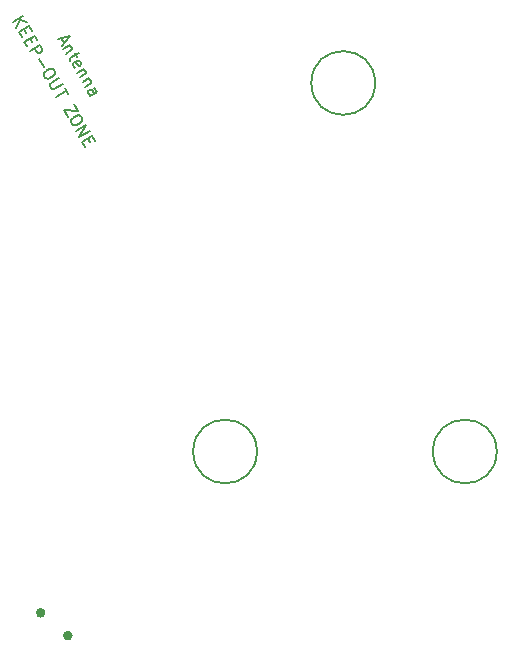
<source format=gbr>
G04 #@! TF.GenerationSoftware,KiCad,Pcbnew,8.0.4*
G04 #@! TF.CreationDate,2024-08-11T22:53:45+02:00*
G04 #@! TF.ProjectId,Haibadge_B,48616962-6164-4676-955f-422e6b696361,rev?*
G04 #@! TF.SameCoordinates,Original*
G04 #@! TF.FileFunction,Other,Comment*
%FSLAX46Y46*%
G04 Gerber Fmt 4.6, Leading zero omitted, Abs format (unit mm)*
G04 Created by KiCad (PCBNEW 8.0.4) date 2024-08-11 22:53:45*
%MOMM*%
%LPD*%
G01*
G04 APERTURE LIST*
%ADD10C,0.150000*%
%ADD11C,0.400000*%
G04 APERTURE END LIST*
D10*
X112045946Y-117438585D02*
X112911972Y-116938585D01*
X112331661Y-117933457D02*
X112612247Y-117276589D01*
X113197686Y-117433457D02*
X112417100Y-117224300D01*
X112999579Y-118042706D02*
X113166245Y-118331381D01*
X112784042Y-118717004D02*
X112545946Y-118304611D01*
X112545946Y-118304611D02*
X113411972Y-117804611D01*
X113411972Y-117804611D02*
X113650067Y-118217004D01*
X113451960Y-118826253D02*
X113618626Y-119114928D01*
X113236423Y-119500551D02*
X112998327Y-119088158D01*
X112998327Y-119088158D02*
X113864353Y-118588158D01*
X113864353Y-118588158D02*
X114102448Y-119000551D01*
X113450708Y-119871705D02*
X114316734Y-119371705D01*
X114316734Y-119371705D02*
X114507210Y-119701619D01*
X114507210Y-119701619D02*
X114513590Y-119807907D01*
X114513590Y-119807907D02*
X114496160Y-119872956D01*
X114496160Y-119872956D02*
X114437491Y-119961814D01*
X114437491Y-119961814D02*
X114313773Y-120033243D01*
X114313773Y-120033243D02*
X114207485Y-120039623D01*
X114207485Y-120039623D02*
X114142436Y-120022193D01*
X114142436Y-120022193D02*
X114053578Y-119963524D01*
X114053578Y-119963524D02*
X113863101Y-119633609D01*
X114280623Y-120547254D02*
X114661575Y-121207083D01*
X115531019Y-121474909D02*
X115626257Y-121639866D01*
X115626257Y-121639866D02*
X115632637Y-121746154D01*
X115632637Y-121746154D02*
X115597778Y-121876252D01*
X115597778Y-121876252D02*
X115456630Y-122012729D01*
X115456630Y-122012729D02*
X115167955Y-122179396D01*
X115167955Y-122179396D02*
X114979188Y-122233395D01*
X114979188Y-122233395D02*
X114849090Y-122198535D01*
X114849090Y-122198535D02*
X114760232Y-122139866D01*
X114760232Y-122139866D02*
X114664994Y-121974909D01*
X114664994Y-121974909D02*
X114658614Y-121868621D01*
X114658614Y-121868621D02*
X114693474Y-121738523D01*
X114693474Y-121738523D02*
X114834621Y-121602046D01*
X114834621Y-121602046D02*
X115123297Y-121435379D01*
X115123297Y-121435379D02*
X115312063Y-121381380D01*
X115312063Y-121381380D02*
X115442161Y-121416240D01*
X115442161Y-121416240D02*
X115531019Y-121474909D01*
X115959591Y-122217216D02*
X115258522Y-122621978D01*
X115258522Y-122621978D02*
X115199853Y-122710837D01*
X115199853Y-122710837D02*
X115182424Y-122775886D01*
X115182424Y-122775886D02*
X115188803Y-122882174D01*
X115188803Y-122882174D02*
X115284041Y-123047131D01*
X115284041Y-123047131D02*
X115372900Y-123105800D01*
X115372900Y-123105800D02*
X115437949Y-123123230D01*
X115437949Y-123123230D02*
X115544237Y-123116850D01*
X115544237Y-123116850D02*
X116245305Y-122712088D01*
X116411972Y-123000763D02*
X116697686Y-123495635D01*
X115688803Y-123748199D02*
X116554829Y-123248199D01*
X117197686Y-124361661D02*
X117531019Y-124939011D01*
X117531019Y-124939011D02*
X116331661Y-124861661D01*
X116331661Y-124861661D02*
X116664994Y-125439011D01*
X117816734Y-125433883D02*
X117911972Y-125598840D01*
X117911972Y-125598840D02*
X117918352Y-125705128D01*
X117918352Y-125705128D02*
X117883492Y-125835226D01*
X117883492Y-125835226D02*
X117742344Y-125971703D01*
X117742344Y-125971703D02*
X117453669Y-126138370D01*
X117453669Y-126138370D02*
X117264902Y-126192368D01*
X117264902Y-126192368D02*
X117134805Y-126157509D01*
X117134805Y-126157509D02*
X117045946Y-126098840D01*
X117045946Y-126098840D02*
X116950708Y-125933883D01*
X116950708Y-125933883D02*
X116944329Y-125827594D01*
X116944329Y-125827594D02*
X116979188Y-125697497D01*
X116979188Y-125697497D02*
X117120336Y-125561019D01*
X117120336Y-125561019D02*
X117409011Y-125394353D01*
X117409011Y-125394353D02*
X117597778Y-125340354D01*
X117597778Y-125340354D02*
X117727875Y-125375214D01*
X117727875Y-125375214D02*
X117816734Y-125433883D01*
X117379280Y-126676190D02*
X118245305Y-126176190D01*
X118245305Y-126176190D02*
X117664994Y-127171062D01*
X117664994Y-127171062D02*
X118531019Y-126671062D01*
X118356722Y-127321550D02*
X118523388Y-127610225D01*
X118141185Y-127995848D02*
X117903089Y-127583455D01*
X117903089Y-127583455D02*
X118769115Y-127083455D01*
X118769115Y-127083455D02*
X119007210Y-127495848D01*
X116111509Y-118808917D02*
X116349604Y-119221310D01*
X115816454Y-118869296D02*
X116849146Y-118657971D01*
X116849146Y-118657971D02*
X116149788Y-119446646D01*
X116893805Y-119401988D02*
X116316454Y-119735321D01*
X116811326Y-119449607D02*
X116876375Y-119467037D01*
X116876375Y-119467037D02*
X116965233Y-119525706D01*
X116965233Y-119525706D02*
X117036662Y-119649424D01*
X117036662Y-119649424D02*
X117043041Y-119755712D01*
X117043041Y-119755712D02*
X116984372Y-119844570D01*
X116984372Y-119844570D02*
X116530740Y-120106475D01*
X117274757Y-120061817D02*
X117465233Y-120391731D01*
X117634861Y-120018868D02*
X116892553Y-120447440D01*
X116892553Y-120447440D02*
X116833884Y-120536298D01*
X116833884Y-120536298D02*
X116840264Y-120642586D01*
X116840264Y-120642586D02*
X116887883Y-120725065D01*
X117286265Y-121319845D02*
X117197407Y-121261176D01*
X117197407Y-121261176D02*
X117102169Y-121096219D01*
X117102169Y-121096219D02*
X117095789Y-120989931D01*
X117095789Y-120989931D02*
X117154458Y-120901072D01*
X117154458Y-120901072D02*
X117484373Y-120710596D01*
X117484373Y-120710596D02*
X117590661Y-120704216D01*
X117590661Y-120704216D02*
X117679519Y-120762885D01*
X117679519Y-120762885D02*
X117774757Y-120927843D01*
X117774757Y-120927843D02*
X117781137Y-121034131D01*
X117781137Y-121034131D02*
X117722468Y-121122989D01*
X117722468Y-121122989D02*
X117639989Y-121170608D01*
X117639989Y-121170608D02*
X117319415Y-120805834D01*
X118060472Y-121422714D02*
X117483121Y-121756048D01*
X117977993Y-121470333D02*
X118043042Y-121487763D01*
X118043042Y-121487763D02*
X118131900Y-121546432D01*
X118131900Y-121546432D02*
X118203329Y-121670150D01*
X118203329Y-121670150D02*
X118209708Y-121776438D01*
X118209708Y-121776438D02*
X118151039Y-121865297D01*
X118151039Y-121865297D02*
X117697407Y-122127201D01*
X118512853Y-122206261D02*
X117935502Y-122539595D01*
X118430374Y-122253880D02*
X118495423Y-122271310D01*
X118495423Y-122271310D02*
X118584281Y-122329979D01*
X118584281Y-122329979D02*
X118655710Y-122453697D01*
X118655710Y-122453697D02*
X118662089Y-122559985D01*
X118662089Y-122559985D02*
X118603420Y-122648844D01*
X118603420Y-122648844D02*
X118149788Y-122910748D01*
X118602169Y-123694295D02*
X119055801Y-123432390D01*
X119055801Y-123432390D02*
X119114470Y-123343532D01*
X119114470Y-123343532D02*
X119108091Y-123237244D01*
X119108091Y-123237244D02*
X119012853Y-123072287D01*
X119012853Y-123072287D02*
X118923994Y-123013618D01*
X118643408Y-123670486D02*
X118554550Y-123611817D01*
X118554550Y-123611817D02*
X118435502Y-123405620D01*
X118435502Y-123405620D02*
X118429123Y-123299332D01*
X118429123Y-123299332D02*
X118487792Y-123210474D01*
X118487792Y-123210474D02*
X118570270Y-123162855D01*
X118570270Y-123162855D02*
X118676558Y-123156475D01*
X118676558Y-123156475D02*
X118765417Y-123215144D01*
X118765417Y-123215144D02*
X118884464Y-123421340D01*
X118884464Y-123421340D02*
X118973323Y-123480010D01*
D11*
G04 #@! TO.C,SW2*
X116886385Y-169391144D02*
G75*
G02*
X116486385Y-169391144I-200000J0D01*
G01*
X116486385Y-169391144D02*
G75*
G02*
X116886385Y-169391144I200000J0D01*
G01*
X114588252Y-167462782D02*
G75*
G02*
X114188252Y-167462782I-200000J0D01*
G01*
X114188252Y-167462782D02*
G75*
G02*
X114588252Y-167462782I200000J0D01*
G01*
D10*
G04 #@! TO.C,H3*
X153000000Y-153800000D02*
G75*
G02*
X147600000Y-153800000I-2700000J0D01*
G01*
X147600000Y-153800000D02*
G75*
G02*
X153000000Y-153800000I2700000J0D01*
G01*
G04 #@! TO.C,H2*
X132700000Y-153800000D02*
G75*
G02*
X127300000Y-153800000I-2700000J0D01*
G01*
X127300000Y-153800000D02*
G75*
G02*
X132700000Y-153800000I2700000J0D01*
G01*
G04 #@! TO.C,H1*
X142700000Y-122600000D02*
G75*
G02*
X137300000Y-122600000I-2700000J0D01*
G01*
X137300000Y-122600000D02*
G75*
G02*
X142700000Y-122600000I2700000J0D01*
G01*
G04 #@! TD*
M02*

</source>
